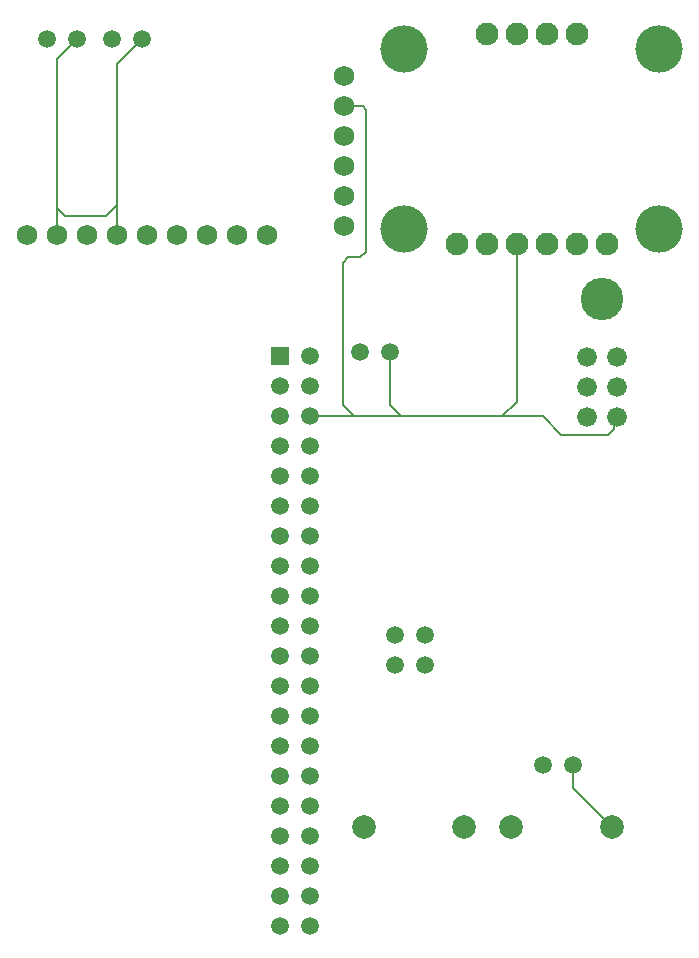
<source format=gbr>
%TF.GenerationSoftware,KiCad,Pcbnew,9.0.0*%
%TF.CreationDate,2025-04-02T13:50:30-07:00*%
%TF.ProjectId,Power Distribution,506f7765-7220-4446-9973-747269627574,V3.2*%
%TF.SameCoordinates,Original*%
%TF.FileFunction,Copper,L16,Bot*%
%TF.FilePolarity,Positive*%
%FSLAX46Y46*%
G04 Gerber Fmt 4.6, Leading zero omitted, Abs format (unit mm)*
G04 Created by KiCad (PCBNEW 9.0.0) date 2025-04-02 13:50:30*
%MOMM*%
%LPD*%
G01*
G04 APERTURE LIST*
%TA.AperFunction,ComponentPad*%
%ADD10C,1.676400*%
%TD*%
%TA.AperFunction,ComponentPad*%
%ADD11C,1.508000*%
%TD*%
%TA.AperFunction,ComponentPad*%
%ADD12C,1.750000*%
%TD*%
%TA.AperFunction,ComponentPad*%
%ADD13C,1.930400*%
%TD*%
%TA.AperFunction,ComponentPad*%
%ADD14C,4.000000*%
%TD*%
%TA.AperFunction,ComponentPad*%
%ADD15C,2.000000*%
%TD*%
%TA.AperFunction,ComponentPad*%
%ADD16C,3.600000*%
%TD*%
%TA.AperFunction,ComponentPad*%
%ADD17R,1.508000X1.508000*%
%TD*%
%TA.AperFunction,Conductor*%
%ADD18C,0.200000*%
%TD*%
G04 APERTURE END LIST*
D10*
%TO.P,REF\u002A\u002A,1*%
%TO.N,N/C*%
X131730000Y-55460000D03*
%TO.P,REF\u002A\u002A,2*%
X134270000Y-55460000D03*
%TO.P,REF\u002A\u002A,3*%
X131730000Y-58000000D03*
%TO.P,REF\u002A\u002A,4*%
X134270000Y-58000000D03*
%TO.P,REF\u002A\u002A,5*%
X131730000Y-60540000D03*
%TO.P,REF\u002A\u002A,6*%
X134270000Y-60540000D03*
%TD*%
D11*
%TO.P,,3*%
%TO.N,N/C*%
X118000000Y-81500000D03*
%TD*%
D12*
%TO.P,IC3,1*%
%TO.N,N/C*%
X111100000Y-31650000D03*
%TO.P,IC3,2*%
X111100000Y-34190000D03*
%TO.P,IC3,3*%
X111100000Y-36730000D03*
%TO.P,IC3,4*%
X111100000Y-39270000D03*
%TO.P,IC3,5*%
X111100000Y-41810000D03*
%TO.P,IC3,6*%
X111100000Y-44350000D03*
%TO.P,IC3,7*%
X104600000Y-45100000D03*
%TO.P,IC3,8*%
X102060000Y-45100000D03*
%TO.P,IC3,9*%
X99520000Y-45100000D03*
%TO.P,IC3,10*%
X96980000Y-45100000D03*
%TO.P,IC3,11*%
X94440000Y-45100000D03*
%TO.P,IC3,12*%
X91900000Y-45100000D03*
%TO.P,IC3,13*%
X89360000Y-45100000D03*
%TO.P,IC3,14*%
X86820000Y-45100000D03*
%TO.P,IC3,15*%
X84280000Y-45100000D03*
%TD*%
D11*
%TO.P,,2*%
%TO.N,N/C*%
X115000000Y-55000000D03*
%TD*%
%TO.P,,2*%
%TO.N,N/C*%
X88540000Y-28500000D03*
%TD*%
%TO.P,,1*%
%TO.N,N/C*%
X91500000Y-28500000D03*
%TD*%
%TO.P,,2*%
%TO.N,N/C*%
X130500000Y-90000000D03*
%TD*%
%TO.P,,1*%
%TO.N,N/C*%
X86000000Y-28500000D03*
%TD*%
D13*
%TO.P,REF\u002A\u002A,1*%
%TO.N,N/C*%
X120650000Y-45890000D03*
%TO.P,REF\u002A\u002A,2*%
X123190000Y-45890000D03*
%TO.P,REF\u002A\u002A,3*%
X125730000Y-45890000D03*
%TO.P,REF\u002A\u002A,4*%
X128270000Y-45890000D03*
%TO.P,REF\u002A\u002A,5*%
X130810000Y-45890000D03*
%TO.P,REF\u002A\u002A,6*%
X133350000Y-45890000D03*
%TO.P,REF\u002A\u002A,7*%
X130810000Y-28110000D03*
%TO.P,REF\u002A\u002A,8*%
X128270000Y-28110000D03*
%TO.P,REF\u002A\u002A,9*%
X125730000Y-28110000D03*
%TO.P,REF\u002A\u002A,10*%
X123190000Y-28110000D03*
D14*
%TO.P,REF\u002A\u002A,SH1*%
X116205000Y-44620000D03*
%TO.P,REF\u002A\u002A,SH2*%
X137795000Y-44620000D03*
%TO.P,REF\u002A\u002A,SH3*%
X137795000Y-29380000D03*
%TO.P,REF\u002A\u002A,SH4*%
X116205000Y-29380000D03*
%TD*%
D11*
%TO.P,,1*%
%TO.N,N/C*%
X115460000Y-81500000D03*
%TD*%
%TO.P,,1*%
%TO.N,N/C*%
X112460000Y-55000000D03*
%TD*%
%TO.P,,4*%
%TO.N,N/C*%
X118000000Y-78960000D03*
%TD*%
D15*
%TO.P,TP4056 & MT3608,1*%
%TO.N,N/C*%
X112800000Y-95200000D03*
%TO.P,TP4056 & MT3608,2*%
X121300000Y-95200000D03*
%TO.P,TP4056 & MT3608,3*%
X125300000Y-95200000D03*
%TO.P,TP4056 & MT3608,4*%
X133800000Y-95200000D03*
%TD*%
D16*
%TO.P,REF\u002A\u002A,P$1*%
%TO.N,N/C*%
X133000000Y-50500000D03*
%TD*%
D11*
%TO.P,,2*%
%TO.N,N/C*%
X94040000Y-28500000D03*
%TD*%
%TO.P,,2*%
%TO.N,N/C*%
X115460000Y-78960000D03*
%TD*%
%TO.P,,1*%
%TO.N,N/C*%
X127960000Y-90000000D03*
%TD*%
D17*
%TO.P,REF\u002A\u002A,1*%
%TO.N,N/C*%
X105730000Y-55370000D03*
D11*
%TO.P,REF\u002A\u002A,2*%
X108270000Y-55370000D03*
%TO.P,REF\u002A\u002A,3*%
X105730000Y-57910000D03*
%TO.P,REF\u002A\u002A,4*%
X108270000Y-57910000D03*
%TO.P,REF\u002A\u002A,5*%
X105730000Y-60450000D03*
%TO.P,REF\u002A\u002A,6*%
X108270000Y-60450000D03*
%TO.P,REF\u002A\u002A,7*%
X105730000Y-62990000D03*
%TO.P,REF\u002A\u002A,8*%
X108270000Y-62990000D03*
%TO.P,REF\u002A\u002A,9*%
X105730000Y-65530000D03*
%TO.P,REF\u002A\u002A,10*%
X108270000Y-65530000D03*
%TO.P,REF\u002A\u002A,11*%
X105730000Y-68070000D03*
%TO.P,REF\u002A\u002A,12*%
X108270000Y-68070000D03*
%TO.P,REF\u002A\u002A,13*%
X105730000Y-70610000D03*
%TO.P,REF\u002A\u002A,14*%
X108270000Y-70610000D03*
%TO.P,REF\u002A\u002A,15*%
X105730000Y-73150000D03*
%TO.P,REF\u002A\u002A,16*%
X108270000Y-73150000D03*
%TO.P,REF\u002A\u002A,17*%
X105730000Y-75690000D03*
%TO.P,REF\u002A\u002A,18*%
X108270000Y-75690000D03*
%TO.P,REF\u002A\u002A,19*%
X105730000Y-78230000D03*
%TO.P,REF\u002A\u002A,20*%
X108270000Y-78230000D03*
%TO.P,REF\u002A\u002A,21*%
X105730000Y-80770000D03*
%TO.P,REF\u002A\u002A,22*%
X108270000Y-80770000D03*
%TO.P,REF\u002A\u002A,23*%
X105730000Y-83310000D03*
%TO.P,REF\u002A\u002A,24*%
X108270000Y-83310000D03*
%TO.P,REF\u002A\u002A,25*%
X105730000Y-85850000D03*
%TO.P,REF\u002A\u002A,26*%
X108270000Y-85850000D03*
%TO.P,REF\u002A\u002A,27*%
X105730000Y-88390000D03*
%TO.P,REF\u002A\u002A,28*%
X108270000Y-88390000D03*
%TO.P,REF\u002A\u002A,29*%
X105730000Y-90930000D03*
%TO.P,REF\u002A\u002A,30*%
X108270000Y-90930000D03*
%TO.P,REF\u002A\u002A,31*%
X105730000Y-93470000D03*
%TO.P,REF\u002A\u002A,32*%
X108270000Y-93470000D03*
%TO.P,REF\u002A\u002A,33*%
X105730000Y-96010000D03*
%TO.P,REF\u002A\u002A,34*%
X108270000Y-96010000D03*
%TO.P,REF\u002A\u002A,35*%
X105730000Y-98550000D03*
%TO.P,REF\u002A\u002A,36*%
X108270000Y-98550000D03*
%TO.P,REF\u002A\u002A,37*%
X105730000Y-101090000D03*
%TO.P,REF\u002A\u002A,38*%
X108270000Y-101090000D03*
%TO.P,REF\u002A\u002A,39*%
X105730000Y-103630000D03*
%TO.P,REF\u002A\u002A,40*%
X108270000Y-103630000D03*
%TD*%
D18*
%TO.N,*%
X113000000Y-34500000D02*
X113000000Y-46500000D01*
X130500000Y-90000000D02*
X130500000Y-91900000D01*
X127950000Y-60450000D02*
X125500000Y-60450000D01*
X129500000Y-62000000D02*
X127950000Y-60450000D01*
X115000000Y-59500000D02*
X115000000Y-55000000D01*
X86820000Y-45100000D02*
X86820000Y-43680000D01*
X91900000Y-45100000D02*
X91900000Y-42500000D01*
X112000000Y-60450000D02*
X115000000Y-60450000D01*
X113000000Y-46500000D02*
X112500000Y-47000000D01*
X112690000Y-34190000D02*
X113000000Y-34500000D01*
X115950000Y-60450000D02*
X116000000Y-60450000D01*
X86820000Y-42500000D02*
X86820000Y-42820000D01*
X124500000Y-60450000D02*
X125500000Y-60450000D01*
X91900000Y-43900000D02*
X91900000Y-45100000D01*
X86820000Y-42500000D02*
X86820000Y-30220000D01*
X125730000Y-45890000D02*
X125730000Y-59000000D01*
X91900000Y-42500000D02*
X91900000Y-30640000D01*
X86820000Y-30220000D02*
X88540000Y-28500000D01*
X133500000Y-62000000D02*
X129500000Y-62000000D01*
X91900000Y-42600000D02*
X91900000Y-42500000D01*
X86820000Y-42820000D02*
X87500000Y-43500000D01*
X115000000Y-59500000D02*
X115950000Y-60450000D01*
X86820000Y-45100000D02*
X86820000Y-42500000D01*
X130500000Y-91900000D02*
X133800000Y-95200000D01*
X87500000Y-43500000D02*
X91000000Y-43500000D01*
X112500000Y-47000000D02*
X111500000Y-47000000D01*
X91900000Y-30640000D02*
X94040000Y-28500000D01*
X134000000Y-60810000D02*
X134000000Y-61500000D01*
X116000000Y-60450000D02*
X124500000Y-60450000D01*
X125730000Y-59000000D02*
X125730000Y-59220000D01*
X111500000Y-47000000D02*
X111000000Y-47500000D01*
X125730000Y-59220000D02*
X124500000Y-60450000D01*
X134270000Y-60540000D02*
X134000000Y-60810000D01*
X86820000Y-45100000D02*
X86820000Y-45820000D01*
X111950000Y-60450000D02*
X112000000Y-60450000D01*
X91000000Y-43500000D02*
X91900000Y-42600000D01*
X111000000Y-59500000D02*
X111950000Y-60450000D01*
X111000000Y-60450000D02*
X112000000Y-60450000D01*
X134000000Y-61500000D02*
X133500000Y-62000000D01*
X108270000Y-60450000D02*
X111000000Y-60450000D01*
X111000000Y-47500000D02*
X111000000Y-59500000D01*
X115000000Y-60450000D02*
X116000000Y-60450000D01*
X111100000Y-34190000D02*
X112690000Y-34190000D01*
%TD*%
M02*

</source>
